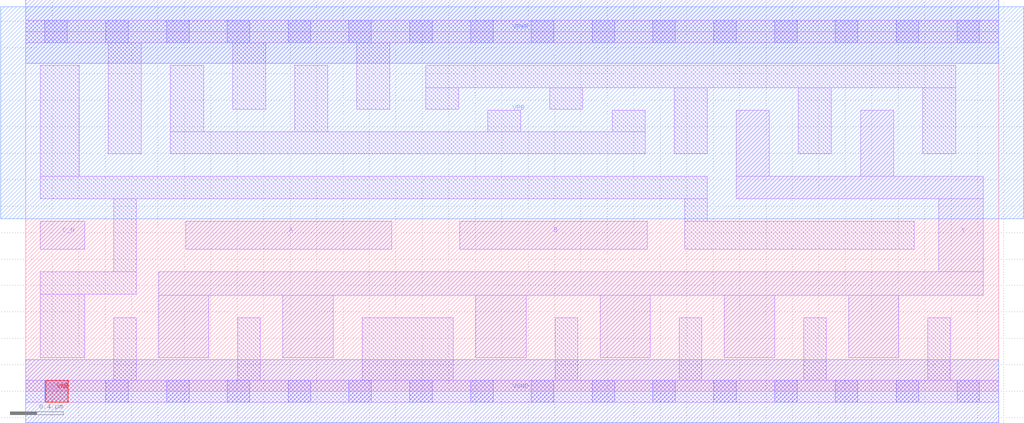
<source format=lef>
# Copyright 2020 The SkyWater PDK Authors
#
# Licensed under the Apache License, Version 2.0 (the "License");
# you may not use this file except in compliance with the License.
# You may obtain a copy of the License at
#
#     https://www.apache.org/licenses/LICENSE-2.0
#
# Unless required by applicable law or agreed to in writing, software
# distributed under the License is distributed on an "AS IS" BASIS,
# WITHOUT WARRANTIES OR CONDITIONS OF ANY KIND, either express or implied.
# See the License for the specific language governing permissions and
# limitations under the License.
#
# SPDX-License-Identifier: Apache-2.0

VERSION 5.7 ;
  NOWIREEXTENSIONATPIN ON ;
  DIVIDERCHAR "/" ;
  BUSBITCHARS "[]" ;
PROPERTYDEFINITIONS
  MACRO maskLayoutSubType STRING ;
  MACRO prCellType STRING ;
  MACRO originalViewName STRING ;
END PROPERTYDEFINITIONS
MACRO sky130_fd_sc_hdll__nor3b_4
  CLASS CORE ;
  FOREIGN sky130_fd_sc_hdll__nor3b_4 ;
  ORIGIN  0.000000  0.000000 ;
  SIZE  7.360000 BY  2.720000 ;
  SYMMETRY X Y R90 ;
  SITE unithd ;
  PIN A
    ANTENNAGATEAREA  1.110000 ;
    DIRECTION INPUT ;
    USE SIGNAL ;
    PORT
      LAYER li1 ;
        RECT 1.210000 1.075000 2.770000 1.285000 ;
    END
  END A
  PIN B
    ANTENNAGATEAREA  1.110000 ;
    DIRECTION INPUT ;
    USE SIGNAL ;
    PORT
      LAYER li1 ;
        RECT 3.285000 1.075000 4.700000 1.285000 ;
    END
  END B
  PIN C_N
    ANTENNAGATEAREA  0.277500 ;
    DIRECTION INPUT ;
    USE SIGNAL ;
    PORT
      LAYER li1 ;
        RECT 0.110000 1.075000 0.445000 1.285000 ;
    END
  END C_N
  PIN VNB
    PORT
      LAYER pwell ;
        RECT 0.150000 -0.085000 0.320000 0.085000 ;
    END
  END VNB
  PIN VPB
    PORT
      LAYER nwell ;
        RECT -0.190000 1.305000 7.550000 2.910000 ;
    END
  END VPB
  PIN Y
    ANTENNADIFFAREA  1.925500 ;
    DIRECTION OUTPUT ;
    USE SIGNAL ;
    PORT
      LAYER li1 ;
        RECT 1.005000 0.255000 1.385000 0.725000 ;
        RECT 1.005000 0.725000 7.245000 0.905000 ;
        RECT 1.945000 0.255000 2.325000 0.725000 ;
        RECT 3.405000 0.255000 3.785000 0.725000 ;
        RECT 4.345000 0.255000 4.725000 0.725000 ;
        RECT 5.285000 0.255000 5.665000 0.725000 ;
        RECT 5.375000 1.455000 7.245000 1.625000 ;
        RECT 5.375000 1.625000 5.625000 2.125000 ;
        RECT 6.225000 0.255000 6.605000 0.725000 ;
        RECT 6.315000 1.625000 6.565000 2.125000 ;
        RECT 6.905000 0.905000 7.245000 1.455000 ;
    END
  END Y
  PIN VGND
    DIRECTION INOUT ;
    USE GROUND ;
    PORT
      LAYER met1 ;
        RECT 0.000000 -0.240000 7.360000 0.240000 ;
    END
  END VGND
  PIN VPWR
    DIRECTION INOUT ;
    USE POWER ;
    PORT
      LAYER met1 ;
        RECT 0.000000 2.480000 7.360000 2.960000 ;
    END
  END VPWR
  OBS
    LAYER li1 ;
      RECT 0.000000 -0.085000 7.360000 0.085000 ;
      RECT 0.000000  2.635000 7.360000 2.805000 ;
      RECT 0.110000  0.255000 0.445000 0.735000 ;
      RECT 0.110000  0.735000 0.835000 0.905000 ;
      RECT 0.110000  1.455000 5.155000 1.625000 ;
      RECT 0.110000  1.625000 0.405000 2.465000 ;
      RECT 0.625000  1.795000 0.875000 2.635000 ;
      RECT 0.665000  0.085000 0.835000 0.555000 ;
      RECT 0.665000  0.905000 0.835000 1.455000 ;
      RECT 1.095000  1.795000 4.685000 1.965000 ;
      RECT 1.095000  1.965000 1.345000 2.465000 ;
      RECT 1.565000  2.135000 1.815000 2.635000 ;
      RECT 1.605000  0.085000 1.775000 0.555000 ;
      RECT 2.035000  1.965000 2.285000 2.465000 ;
      RECT 2.505000  2.135000 2.755000 2.635000 ;
      RECT 2.545000  0.085000 3.235000 0.555000 ;
      RECT 3.025000  2.135000 3.275000 2.295000 ;
      RECT 3.025000  2.295000 7.035000 2.465000 ;
      RECT 3.495000  1.965000 3.745000 2.125000 ;
      RECT 3.965000  2.135000 4.215000 2.295000 ;
      RECT 4.005000  0.085000 4.175000 0.555000 ;
      RECT 4.435000  1.965000 4.685000 2.125000 ;
      RECT 4.905000  1.795000 5.155000 2.295000 ;
      RECT 4.945000  0.085000 5.115000 0.555000 ;
      RECT 4.985000  1.075000 6.720000 1.285000 ;
      RECT 4.985000  1.285000 5.155000 1.455000 ;
      RECT 5.845000  1.795000 6.095000 2.295000 ;
      RECT 5.885000  0.085000 6.055000 0.555000 ;
      RECT 6.785000  1.795000 7.035000 2.295000 ;
      RECT 6.825000  0.085000 6.995000 0.555000 ;
    LAYER mcon ;
      RECT 0.145000 -0.085000 0.315000 0.085000 ;
      RECT 0.145000  2.635000 0.315000 2.805000 ;
      RECT 0.605000 -0.085000 0.775000 0.085000 ;
      RECT 0.605000  2.635000 0.775000 2.805000 ;
      RECT 1.065000 -0.085000 1.235000 0.085000 ;
      RECT 1.065000  2.635000 1.235000 2.805000 ;
      RECT 1.525000 -0.085000 1.695000 0.085000 ;
      RECT 1.525000  2.635000 1.695000 2.805000 ;
      RECT 1.985000 -0.085000 2.155000 0.085000 ;
      RECT 1.985000  2.635000 2.155000 2.805000 ;
      RECT 2.445000 -0.085000 2.615000 0.085000 ;
      RECT 2.445000  2.635000 2.615000 2.805000 ;
      RECT 2.905000 -0.085000 3.075000 0.085000 ;
      RECT 2.905000  2.635000 3.075000 2.805000 ;
      RECT 3.365000 -0.085000 3.535000 0.085000 ;
      RECT 3.365000  2.635000 3.535000 2.805000 ;
      RECT 3.825000 -0.085000 3.995000 0.085000 ;
      RECT 3.825000  2.635000 3.995000 2.805000 ;
      RECT 4.285000 -0.085000 4.455000 0.085000 ;
      RECT 4.285000  2.635000 4.455000 2.805000 ;
      RECT 4.745000 -0.085000 4.915000 0.085000 ;
      RECT 4.745000  2.635000 4.915000 2.805000 ;
      RECT 5.205000 -0.085000 5.375000 0.085000 ;
      RECT 5.205000  2.635000 5.375000 2.805000 ;
      RECT 5.665000 -0.085000 5.835000 0.085000 ;
      RECT 5.665000  2.635000 5.835000 2.805000 ;
      RECT 6.125000 -0.085000 6.295000 0.085000 ;
      RECT 6.125000  2.635000 6.295000 2.805000 ;
      RECT 6.585000 -0.085000 6.755000 0.085000 ;
      RECT 6.585000  2.635000 6.755000 2.805000 ;
      RECT 7.045000 -0.085000 7.215000 0.085000 ;
      RECT 7.045000  2.635000 7.215000 2.805000 ;
  END
  PROPERTY maskLayoutSubType "abstract" ;
  PROPERTY prCellType "standard" ;
  PROPERTY originalViewName "layout" ;
END sky130_fd_sc_hdll__nor3b_4
END LIBRARY

</source>
